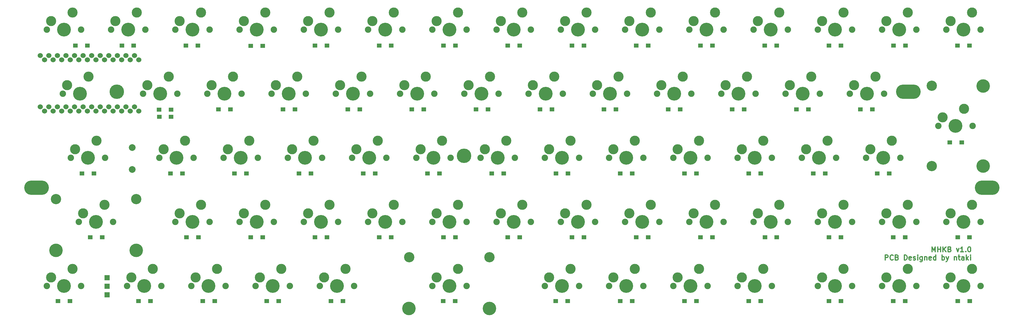
<source format=gts>
G04 #@! TF.GenerationSoftware,KiCad,Pcbnew,(6.0.5)*
G04 #@! TF.CreationDate,2022-06-06T23:57:28+09:00*
G04 #@! TF.ProjectId,MHKB,4d484b42-2e6b-4696-9361-645f70636258,1.0*
G04 #@! TF.SameCoordinates,Original*
G04 #@! TF.FileFunction,Soldermask,Top*
G04 #@! TF.FilePolarity,Negative*
%FSLAX46Y46*%
G04 Gerber Fmt 4.6, Leading zero omitted, Abs format (unit mm)*
G04 Created by KiCad (PCBNEW (6.0.5)) date 2022-06-06 23:57:28*
%MOMM*%
%LPD*%
G01*
G04 APERTURE LIST*
%ADD10C,0.300000*%
%ADD11C,3.000000*%
%ADD12C,4.100000*%
%ADD13C,1.900000*%
%ADD14R,1.400000X1.300000*%
%ADD15O,4.300000X4.300000*%
%ADD16C,3.050000*%
%ADD17C,4.000000*%
%ADD18C,2.000000*%
%ADD19O,7.300000X4.300000*%
%ADD20R,1.524000X1.524000*%
%ADD21C,4.300000*%
%ADD22C,1.524000*%
G04 APERTURE END LIST*
D10*
X298179285Y-105571071D02*
X298179285Y-104071071D01*
X298679285Y-105142500D01*
X299179285Y-104071071D01*
X299179285Y-105571071D01*
X299893571Y-105571071D02*
X299893571Y-104071071D01*
X299893571Y-104785357D02*
X300750714Y-104785357D01*
X300750714Y-105571071D02*
X300750714Y-104071071D01*
X301465000Y-105571071D02*
X301465000Y-104071071D01*
X302322142Y-105571071D02*
X301679285Y-104713928D01*
X302322142Y-104071071D02*
X301465000Y-104928214D01*
X303465000Y-104785357D02*
X303679285Y-104856785D01*
X303750714Y-104928214D01*
X303822142Y-105071071D01*
X303822142Y-105285357D01*
X303750714Y-105428214D01*
X303679285Y-105499642D01*
X303536428Y-105571071D01*
X302965000Y-105571071D01*
X302965000Y-104071071D01*
X303465000Y-104071071D01*
X303607857Y-104142500D01*
X303679285Y-104213928D01*
X303750714Y-104356785D01*
X303750714Y-104499642D01*
X303679285Y-104642500D01*
X303607857Y-104713928D01*
X303465000Y-104785357D01*
X302965000Y-104785357D01*
X305465000Y-104571071D02*
X305822142Y-105571071D01*
X306179285Y-104571071D01*
X307536428Y-105571071D02*
X306679285Y-105571071D01*
X307107857Y-105571071D02*
X307107857Y-104071071D01*
X306965000Y-104285357D01*
X306822142Y-104428214D01*
X306679285Y-104499642D01*
X308179285Y-105428214D02*
X308250714Y-105499642D01*
X308179285Y-105571071D01*
X308107857Y-105499642D01*
X308179285Y-105428214D01*
X308179285Y-105571071D01*
X309179285Y-104071071D02*
X309322142Y-104071071D01*
X309465000Y-104142500D01*
X309536428Y-104213928D01*
X309607857Y-104356785D01*
X309679285Y-104642500D01*
X309679285Y-104999642D01*
X309607857Y-105285357D01*
X309536428Y-105428214D01*
X309465000Y-105499642D01*
X309322142Y-105571071D01*
X309179285Y-105571071D01*
X309036428Y-105499642D01*
X308965000Y-105428214D01*
X308893571Y-105285357D01*
X308822142Y-104999642D01*
X308822142Y-104642500D01*
X308893571Y-104356785D01*
X308965000Y-104213928D01*
X309036428Y-104142500D01*
X309179285Y-104071071D01*
X284322142Y-107986071D02*
X284322142Y-106486071D01*
X284893571Y-106486071D01*
X285036428Y-106557500D01*
X285107857Y-106628928D01*
X285179285Y-106771785D01*
X285179285Y-106986071D01*
X285107857Y-107128928D01*
X285036428Y-107200357D01*
X284893571Y-107271785D01*
X284322142Y-107271785D01*
X286679285Y-107843214D02*
X286607857Y-107914642D01*
X286393571Y-107986071D01*
X286250714Y-107986071D01*
X286036428Y-107914642D01*
X285893571Y-107771785D01*
X285822142Y-107628928D01*
X285750714Y-107343214D01*
X285750714Y-107128928D01*
X285822142Y-106843214D01*
X285893571Y-106700357D01*
X286036428Y-106557500D01*
X286250714Y-106486071D01*
X286393571Y-106486071D01*
X286607857Y-106557500D01*
X286679285Y-106628928D01*
X287822142Y-107200357D02*
X288036428Y-107271785D01*
X288107857Y-107343214D01*
X288179285Y-107486071D01*
X288179285Y-107700357D01*
X288107857Y-107843214D01*
X288036428Y-107914642D01*
X287893571Y-107986071D01*
X287322142Y-107986071D01*
X287322142Y-106486071D01*
X287822142Y-106486071D01*
X287965000Y-106557500D01*
X288036428Y-106628928D01*
X288107857Y-106771785D01*
X288107857Y-106914642D01*
X288036428Y-107057500D01*
X287965000Y-107128928D01*
X287822142Y-107200357D01*
X287322142Y-107200357D01*
X289965000Y-107986071D02*
X289965000Y-106486071D01*
X290322142Y-106486071D01*
X290536428Y-106557500D01*
X290679285Y-106700357D01*
X290750714Y-106843214D01*
X290822142Y-107128928D01*
X290822142Y-107343214D01*
X290750714Y-107628928D01*
X290679285Y-107771785D01*
X290536428Y-107914642D01*
X290322142Y-107986071D01*
X289965000Y-107986071D01*
X292036428Y-107914642D02*
X291893571Y-107986071D01*
X291607857Y-107986071D01*
X291465000Y-107914642D01*
X291393571Y-107771785D01*
X291393571Y-107200357D01*
X291465000Y-107057500D01*
X291607857Y-106986071D01*
X291893571Y-106986071D01*
X292036428Y-107057500D01*
X292107857Y-107200357D01*
X292107857Y-107343214D01*
X291393571Y-107486071D01*
X292679285Y-107914642D02*
X292822142Y-107986071D01*
X293107857Y-107986071D01*
X293250714Y-107914642D01*
X293322142Y-107771785D01*
X293322142Y-107700357D01*
X293250714Y-107557500D01*
X293107857Y-107486071D01*
X292893571Y-107486071D01*
X292750714Y-107414642D01*
X292679285Y-107271785D01*
X292679285Y-107200357D01*
X292750714Y-107057500D01*
X292893571Y-106986071D01*
X293107857Y-106986071D01*
X293250714Y-107057500D01*
X293965000Y-107986071D02*
X293965000Y-106986071D01*
X293965000Y-106486071D02*
X293893571Y-106557500D01*
X293965000Y-106628928D01*
X294036428Y-106557500D01*
X293965000Y-106486071D01*
X293965000Y-106628928D01*
X295322142Y-106986071D02*
X295322142Y-108200357D01*
X295250714Y-108343214D01*
X295179285Y-108414642D01*
X295036428Y-108486071D01*
X294822142Y-108486071D01*
X294679285Y-108414642D01*
X295322142Y-107914642D02*
X295179285Y-107986071D01*
X294893571Y-107986071D01*
X294750714Y-107914642D01*
X294679285Y-107843214D01*
X294607857Y-107700357D01*
X294607857Y-107271785D01*
X294679285Y-107128928D01*
X294750714Y-107057500D01*
X294893571Y-106986071D01*
X295179285Y-106986071D01*
X295322142Y-107057500D01*
X296036428Y-106986071D02*
X296036428Y-107986071D01*
X296036428Y-107128928D02*
X296107857Y-107057500D01*
X296250714Y-106986071D01*
X296465000Y-106986071D01*
X296607857Y-107057500D01*
X296679285Y-107200357D01*
X296679285Y-107986071D01*
X297965000Y-107914642D02*
X297822142Y-107986071D01*
X297536428Y-107986071D01*
X297393571Y-107914642D01*
X297322142Y-107771785D01*
X297322142Y-107200357D01*
X297393571Y-107057500D01*
X297536428Y-106986071D01*
X297822142Y-106986071D01*
X297965000Y-107057500D01*
X298036428Y-107200357D01*
X298036428Y-107343214D01*
X297322142Y-107486071D01*
X299322142Y-107986071D02*
X299322142Y-106486071D01*
X299322142Y-107914642D02*
X299179285Y-107986071D01*
X298893571Y-107986071D01*
X298750714Y-107914642D01*
X298679285Y-107843214D01*
X298607857Y-107700357D01*
X298607857Y-107271785D01*
X298679285Y-107128928D01*
X298750714Y-107057500D01*
X298893571Y-106986071D01*
X299179285Y-106986071D01*
X299322142Y-107057500D01*
X301179285Y-107986071D02*
X301179285Y-106486071D01*
X301179285Y-107057500D02*
X301322142Y-106986071D01*
X301607857Y-106986071D01*
X301750714Y-107057500D01*
X301822142Y-107128928D01*
X301893571Y-107271785D01*
X301893571Y-107700357D01*
X301822142Y-107843214D01*
X301750714Y-107914642D01*
X301607857Y-107986071D01*
X301322142Y-107986071D01*
X301179285Y-107914642D01*
X302393571Y-106986071D02*
X302750714Y-107986071D01*
X303107857Y-106986071D02*
X302750714Y-107986071D01*
X302607857Y-108343214D01*
X302536428Y-108414642D01*
X302393571Y-108486071D01*
X304822142Y-106986071D02*
X304822142Y-107986071D01*
X304822142Y-107128928D02*
X304893571Y-107057500D01*
X305036428Y-106986071D01*
X305250714Y-106986071D01*
X305393571Y-107057500D01*
X305465000Y-107200357D01*
X305465000Y-107986071D01*
X305965000Y-106986071D02*
X306536428Y-106986071D01*
X306179285Y-106486071D02*
X306179285Y-107771785D01*
X306250714Y-107914642D01*
X306393571Y-107986071D01*
X306536428Y-107986071D01*
X307679285Y-107986071D02*
X307679285Y-107200357D01*
X307607857Y-107057500D01*
X307465000Y-106986071D01*
X307179285Y-106986071D01*
X307036428Y-107057500D01*
X307679285Y-107914642D02*
X307536428Y-107986071D01*
X307179285Y-107986071D01*
X307036428Y-107914642D01*
X306965000Y-107771785D01*
X306965000Y-107628928D01*
X307036428Y-107486071D01*
X307179285Y-107414642D01*
X307536428Y-107414642D01*
X307679285Y-107343214D01*
X308393571Y-107986071D02*
X308393571Y-106486071D01*
X308536428Y-107414642D02*
X308965000Y-107986071D01*
X308965000Y-106986071D02*
X308393571Y-107557500D01*
X309607857Y-107986071D02*
X309607857Y-106986071D01*
X309607857Y-106486071D02*
X309536428Y-106557500D01*
X309607857Y-106628928D01*
X309679285Y-106557500D01*
X309607857Y-106486071D01*
X309607857Y-106628928D01*
D11*
X41761000Y-56062000D03*
D12*
X45571000Y-58602000D03*
D11*
X48111000Y-53522000D03*
D13*
X40491000Y-58602000D03*
D14*
X44190000Y-44220000D03*
X47740000Y-44220000D03*
X57973000Y-44252000D03*
X61523000Y-44252000D03*
X76973000Y-44252000D03*
X80523000Y-44252000D03*
X96205000Y-44310000D03*
X99755000Y-44310000D03*
X115245000Y-44280000D03*
X118795000Y-44280000D03*
X134315000Y-44280000D03*
X137865000Y-44280000D03*
X153355000Y-44250000D03*
X156905000Y-44250000D03*
X172425000Y-44250000D03*
X175975000Y-44250000D03*
X191465000Y-44250000D03*
X195015000Y-44250000D03*
X210475000Y-44250000D03*
X214025000Y-44250000D03*
X229575000Y-44250000D03*
X233125000Y-44250000D03*
X248615000Y-44250000D03*
X252165000Y-44250000D03*
X267685000Y-44250000D03*
X271235000Y-44250000D03*
X286755000Y-44250000D03*
X290305000Y-44250000D03*
X305765000Y-44250000D03*
X309315000Y-44250000D03*
X69060000Y-63340000D03*
X72610000Y-63340000D03*
X86655000Y-63252000D03*
X90205000Y-63252000D03*
X105765000Y-63252000D03*
X109315000Y-63252000D03*
X124973000Y-63252000D03*
X128523000Y-63252000D03*
X143973000Y-63252000D03*
X147523000Y-63252000D03*
X162973000Y-63252000D03*
X166523000Y-63252000D03*
X181973000Y-63252000D03*
X185523000Y-63252000D03*
X200973000Y-63252000D03*
X204523000Y-63252000D03*
X219973000Y-63252000D03*
X223523000Y-63252000D03*
X238973000Y-63252000D03*
X242523000Y-63252000D03*
X257973000Y-63252000D03*
X261523000Y-63252000D03*
X276973000Y-63252000D03*
X280523000Y-63252000D03*
X72395000Y-82230000D03*
X75945000Y-82230000D03*
X91405000Y-82230000D03*
X94955000Y-82230000D03*
X110505000Y-82230000D03*
X114055000Y-82230000D03*
X129575000Y-82230000D03*
X133125000Y-82230000D03*
X148645000Y-82230000D03*
X152195000Y-82230000D03*
X167655000Y-82230000D03*
X171205000Y-82230000D03*
X186695000Y-82230000D03*
X190245000Y-82230000D03*
X205735000Y-82230000D03*
X209285000Y-82230000D03*
X224805000Y-82230000D03*
X228355000Y-82230000D03*
X243845000Y-82230000D03*
X247395000Y-82230000D03*
X262973000Y-82252000D03*
X266523000Y-82252000D03*
X281973000Y-82252000D03*
X285523000Y-82252000D03*
X77125000Y-101230000D03*
X80675000Y-101230000D03*
X96195000Y-101230000D03*
X99745000Y-101230000D03*
X115225000Y-101230000D03*
X118775000Y-101230000D03*
X134315000Y-101230000D03*
X137865000Y-101230000D03*
X153355000Y-101230000D03*
X156905000Y-101230000D03*
X172395000Y-101230000D03*
X175945000Y-101230000D03*
X191465000Y-101230000D03*
X195015000Y-101230000D03*
X210535000Y-101230000D03*
X214085000Y-101230000D03*
X229575000Y-101270000D03*
X233125000Y-101270000D03*
X248645000Y-101230000D03*
X252195000Y-101230000D03*
X267655000Y-101200000D03*
X271205000Y-101200000D03*
X286725000Y-101230000D03*
X290275000Y-101230000D03*
X305795000Y-101230000D03*
X309345000Y-101230000D03*
X39065000Y-120220000D03*
X42615000Y-120220000D03*
X62905000Y-120220000D03*
X66455000Y-120220000D03*
X81945000Y-120220000D03*
X85495000Y-120220000D03*
X100955000Y-120220000D03*
X104505000Y-120220000D03*
X120025000Y-120220000D03*
X123575000Y-120220000D03*
X186655000Y-120190000D03*
X190205000Y-120190000D03*
X205735000Y-120190000D03*
X209285000Y-120190000D03*
X224805000Y-120190000D03*
X228355000Y-120190000D03*
X243845000Y-120220000D03*
X247395000Y-120220000D03*
X267685000Y-120220000D03*
X271235000Y-120220000D03*
X286725000Y-120220000D03*
X290275000Y-120220000D03*
X305825000Y-120220000D03*
X309375000Y-120220000D03*
X69065000Y-65460000D03*
X72615000Y-65460000D03*
X46165000Y-82230000D03*
X49715000Y-82230000D03*
X48585000Y-101230000D03*
X52135000Y-101230000D03*
X153295000Y-120220000D03*
X156845000Y-120220000D03*
X303445000Y-73030000D03*
X306995000Y-73030000D03*
D13*
X45888000Y-39552000D03*
D11*
X36998000Y-37012000D03*
D12*
X40808000Y-39552000D03*
D11*
X43348000Y-34472000D03*
D13*
X35728000Y-39552000D03*
D11*
X56048000Y-37012000D03*
D13*
X54778000Y-39552000D03*
D12*
X59858000Y-39552000D03*
D13*
X64938000Y-39552000D03*
D11*
X62398000Y-34472000D03*
D13*
X73828000Y-39552000D03*
X83988000Y-39552000D03*
D11*
X75098000Y-37012000D03*
X81448000Y-34472000D03*
D12*
X78908000Y-39552000D03*
D11*
X100498000Y-34472000D03*
D12*
X97958000Y-39552000D03*
D13*
X92878000Y-39552000D03*
D11*
X94148000Y-37012000D03*
D13*
X103038000Y-39552000D03*
D12*
X117008000Y-39552000D03*
D11*
X119548000Y-34472000D03*
D13*
X111928000Y-39552000D03*
D11*
X113198000Y-37012000D03*
D13*
X122088000Y-39552000D03*
X141138000Y-39552000D03*
D11*
X132248000Y-37012000D03*
D13*
X130978000Y-39552000D03*
D12*
X136058000Y-39552000D03*
D11*
X138598000Y-34472000D03*
X151298000Y-37012000D03*
D13*
X160188000Y-39552000D03*
X150028000Y-39552000D03*
D11*
X157648000Y-34472000D03*
D12*
X155108000Y-39552000D03*
D11*
X176698000Y-34472000D03*
X170348000Y-37012000D03*
D12*
X174158000Y-39552000D03*
D13*
X179238000Y-39552000D03*
X169078000Y-39552000D03*
X188128000Y-39552000D03*
D11*
X189398000Y-37012000D03*
D12*
X193208000Y-39552000D03*
D13*
X198288000Y-39552000D03*
D11*
X195748000Y-34472000D03*
D13*
X217338000Y-39552000D03*
X207178000Y-39552000D03*
D11*
X214798000Y-34472000D03*
D12*
X212258000Y-39552000D03*
D11*
X208448000Y-37012000D03*
X227498000Y-37012000D03*
D13*
X236388000Y-39552000D03*
D11*
X233848000Y-34472000D03*
D13*
X226228000Y-39552000D03*
D12*
X231308000Y-39552000D03*
D13*
X255438000Y-39552000D03*
D11*
X246548000Y-37012000D03*
D13*
X245278000Y-39552000D03*
D12*
X250358000Y-39552000D03*
D11*
X252898000Y-34472000D03*
D12*
X269408000Y-39552000D03*
D13*
X264328000Y-39552000D03*
D11*
X265598000Y-37012000D03*
D13*
X274488000Y-39552000D03*
D11*
X271948000Y-34472000D03*
X284648000Y-37012000D03*
D12*
X288458000Y-39552000D03*
D11*
X290998000Y-34472000D03*
D13*
X283378000Y-39552000D03*
X293538000Y-39552000D03*
D11*
X310048000Y-34472000D03*
X303698000Y-37012000D03*
D12*
X307508000Y-39552000D03*
D13*
X312588000Y-39552000D03*
X302428000Y-39552000D03*
X74463000Y-58602000D03*
D11*
X71923000Y-53522000D03*
D12*
X69383000Y-58602000D03*
D11*
X65573000Y-56062000D03*
D13*
X64303000Y-58602000D03*
D11*
X84623000Y-56062000D03*
X90973000Y-53522000D03*
D13*
X83353000Y-58602000D03*
X93513000Y-58602000D03*
D12*
X88433000Y-58602000D03*
D11*
X103673000Y-56062000D03*
D13*
X102403000Y-58602000D03*
D11*
X110023000Y-53522000D03*
D12*
X107483000Y-58602000D03*
D13*
X112563000Y-58602000D03*
D12*
X126533000Y-58602000D03*
D13*
X121453000Y-58602000D03*
D11*
X122723000Y-56062000D03*
D13*
X131613000Y-58602000D03*
D11*
X129073000Y-53522000D03*
D13*
X150663000Y-58602000D03*
D12*
X145583000Y-58602000D03*
D13*
X140503000Y-58602000D03*
D11*
X141773000Y-56062000D03*
X148123000Y-53522000D03*
D12*
X164633000Y-58602000D03*
D13*
X159553000Y-58602000D03*
X169713000Y-58602000D03*
D11*
X167173000Y-53522000D03*
X160823000Y-56062000D03*
D13*
X178603000Y-58602000D03*
D12*
X183683000Y-58602000D03*
D11*
X179873000Y-56062000D03*
X186223000Y-53522000D03*
D13*
X188763000Y-58602000D03*
X197653000Y-58602000D03*
D11*
X205273000Y-53522000D03*
D12*
X202733000Y-58602000D03*
D11*
X198923000Y-56062000D03*
D13*
X207813000Y-58602000D03*
D12*
X221783000Y-58602000D03*
D13*
X216703000Y-58602000D03*
D11*
X217973000Y-56062000D03*
D13*
X226863000Y-58602000D03*
D11*
X224323000Y-53522000D03*
X237023000Y-56062000D03*
X243373000Y-53522000D03*
D12*
X240833000Y-58602000D03*
D13*
X245913000Y-58602000D03*
X235753000Y-58602000D03*
X254803000Y-58602000D03*
X264963000Y-58602000D03*
D11*
X256073000Y-56062000D03*
D12*
X259883000Y-58602000D03*
D11*
X262423000Y-53522000D03*
D12*
X278933000Y-58602000D03*
D13*
X273853000Y-58602000D03*
D11*
X281473000Y-53522000D03*
D13*
X284013000Y-58602000D03*
D11*
X275123000Y-56062000D03*
D13*
X69065500Y-77652000D03*
D12*
X74145500Y-77652000D03*
D11*
X70335500Y-75112000D03*
D13*
X79225500Y-77652000D03*
D11*
X76685500Y-72572000D03*
X89385500Y-75112000D03*
D13*
X88115500Y-77652000D03*
D11*
X95735500Y-72572000D03*
D12*
X93195500Y-77652000D03*
D13*
X98275500Y-77652000D03*
D12*
X112245500Y-77652000D03*
D13*
X117325500Y-77652000D03*
X107165500Y-77652000D03*
D11*
X108435500Y-75112000D03*
X114785500Y-72572000D03*
X133835500Y-72572000D03*
X127485500Y-75112000D03*
D13*
X126215500Y-77652000D03*
D12*
X131295500Y-77652000D03*
D13*
X136375500Y-77652000D03*
D11*
X146535500Y-75112000D03*
X152885500Y-72572000D03*
D13*
X145265500Y-77652000D03*
X155425500Y-77652000D03*
D12*
X150345500Y-77652000D03*
D11*
X165585500Y-75112000D03*
D13*
X174475500Y-77652000D03*
D12*
X169395500Y-77652000D03*
D13*
X164315500Y-77652000D03*
D11*
X171935500Y-72572000D03*
D13*
X193525500Y-77652000D03*
D11*
X184635500Y-75112000D03*
X190985500Y-72572000D03*
D12*
X188445500Y-77652000D03*
D13*
X183365500Y-77652000D03*
D11*
X203685500Y-75112000D03*
D12*
X207495500Y-77652000D03*
D13*
X202415500Y-77652000D03*
X212575500Y-77652000D03*
D11*
X210035500Y-72572000D03*
D13*
X231625500Y-77652000D03*
D11*
X229085500Y-72572000D03*
D12*
X226545500Y-77652000D03*
D11*
X222735500Y-75112000D03*
D13*
X221465500Y-77652000D03*
D11*
X241785500Y-75112000D03*
D12*
X245595500Y-77652000D03*
D13*
X240515500Y-77652000D03*
X250675500Y-77652000D03*
D11*
X248135500Y-72572000D03*
X267185500Y-72572000D03*
D12*
X264645500Y-77652000D03*
D13*
X269725500Y-77652000D03*
D11*
X260835500Y-75112000D03*
D13*
X259565500Y-77652000D03*
D11*
X279885500Y-75112000D03*
X286235500Y-72572000D03*
D12*
X283695500Y-77652000D03*
D13*
X288775500Y-77652000D03*
X278615500Y-77652000D03*
D12*
X78908000Y-96702000D03*
D13*
X73828000Y-96702000D03*
D11*
X75098000Y-94162000D03*
X81448000Y-91622000D03*
D13*
X83988000Y-96702000D03*
D12*
X97958000Y-96702000D03*
D13*
X92878000Y-96702000D03*
D11*
X100498000Y-91622000D03*
X94148000Y-94162000D03*
D13*
X103038000Y-96702000D03*
D11*
X113198000Y-94162000D03*
D13*
X122088000Y-96702000D03*
D11*
X119548000Y-91622000D03*
D12*
X117008000Y-96702000D03*
D13*
X111928000Y-96702000D03*
D11*
X132248000Y-94162000D03*
D13*
X141138000Y-96702000D03*
D11*
X138598000Y-91622000D03*
D12*
X136058000Y-96702000D03*
D13*
X130978000Y-96702000D03*
X160188000Y-96702000D03*
X150028000Y-96702000D03*
D12*
X155108000Y-96702000D03*
D11*
X157648000Y-91622000D03*
X151298000Y-94162000D03*
D13*
X179238000Y-96702000D03*
D12*
X174158000Y-96702000D03*
D11*
X170348000Y-94162000D03*
X176698000Y-91622000D03*
D13*
X169078000Y-96702000D03*
X188128000Y-96702000D03*
D11*
X189398000Y-94162000D03*
D12*
X193208000Y-96702000D03*
D11*
X195748000Y-91622000D03*
D13*
X198288000Y-96702000D03*
X207178000Y-96702000D03*
D11*
X208448000Y-94162000D03*
D12*
X212258000Y-96702000D03*
D11*
X214798000Y-91622000D03*
D13*
X217338000Y-96702000D03*
X226228000Y-96702000D03*
X236388000Y-96702000D03*
D12*
X231308000Y-96702000D03*
D11*
X227498000Y-94162000D03*
X233848000Y-91622000D03*
X246548000Y-94162000D03*
D13*
X245278000Y-96702000D03*
D12*
X250358000Y-96702000D03*
D11*
X252898000Y-91622000D03*
D13*
X255438000Y-96702000D03*
X264328000Y-96702000D03*
D11*
X265598000Y-94162000D03*
D12*
X269408000Y-96702000D03*
D13*
X274488000Y-96702000D03*
D11*
X271948000Y-91622000D03*
D12*
X288458000Y-96702000D03*
D13*
X283378000Y-96702000D03*
D11*
X284648000Y-94162000D03*
D13*
X293538000Y-96702000D03*
D11*
X290998000Y-91622000D03*
X303698000Y-94162000D03*
D12*
X307508000Y-96702000D03*
D13*
X302428000Y-96702000D03*
D11*
X310048000Y-91622000D03*
D13*
X312588000Y-96702000D03*
D11*
X43348000Y-110672000D03*
X36998000Y-113212000D03*
D12*
X40808000Y-115752000D03*
D13*
X35728000Y-115752000D03*
X45888000Y-115752000D03*
X69700500Y-115752000D03*
X59540500Y-115752000D03*
D11*
X60810500Y-113212000D03*
X67160500Y-110672000D03*
D12*
X64620500Y-115752000D03*
D13*
X78590500Y-115752000D03*
D11*
X79860500Y-113212000D03*
D13*
X88750500Y-115752000D03*
D12*
X83670500Y-115752000D03*
D11*
X86210500Y-110672000D03*
X105260500Y-110672000D03*
X98910500Y-113212000D03*
D12*
X102720500Y-115752000D03*
D13*
X97640500Y-115752000D03*
X107800500Y-115752000D03*
X116690500Y-115752000D03*
D11*
X117960500Y-113212000D03*
X124310500Y-110672000D03*
D12*
X121770500Y-115752000D03*
D13*
X126850500Y-115752000D03*
D12*
X188445500Y-115752000D03*
D11*
X184635500Y-113212000D03*
D13*
X193525500Y-115752000D03*
X183365500Y-115752000D03*
D11*
X190985500Y-110672000D03*
X203685500Y-113212000D03*
D12*
X207495500Y-115752000D03*
D11*
X210035500Y-110672000D03*
D13*
X212575500Y-115752000D03*
X202415500Y-115752000D03*
D11*
X229085500Y-110672000D03*
D13*
X231625500Y-115752000D03*
D11*
X222735500Y-113212000D03*
D13*
X221465500Y-115752000D03*
D12*
X226545500Y-115752000D03*
X245595500Y-115752000D03*
D11*
X248135500Y-110672000D03*
D13*
X240515500Y-115752000D03*
D11*
X241785500Y-113212000D03*
D13*
X250675500Y-115752000D03*
D11*
X271948000Y-110672000D03*
D12*
X269408000Y-115752000D03*
D13*
X274488000Y-115752000D03*
D11*
X265598000Y-113212000D03*
D13*
X264328000Y-115752000D03*
D11*
X290998000Y-110672000D03*
D12*
X288458000Y-115752000D03*
D13*
X283378000Y-115752000D03*
D11*
X284648000Y-113212000D03*
D13*
X293538000Y-115752000D03*
X302428000Y-115752000D03*
D11*
X303698000Y-113212000D03*
D13*
X312588000Y-115752000D03*
D12*
X307508000Y-115752000D03*
D11*
X310048000Y-110672000D03*
D13*
X42872000Y-77652000D03*
D12*
X47952000Y-77652000D03*
D11*
X44142000Y-75112000D03*
D13*
X53032000Y-77652000D03*
D11*
X50492000Y-72572000D03*
D13*
X45253000Y-96702000D03*
D12*
X50333000Y-96702000D03*
D11*
X52873000Y-91622000D03*
X46523000Y-94162000D03*
D13*
X55413000Y-96702000D03*
X150028000Y-115752000D03*
X160188000Y-115752000D03*
D12*
X155108000Y-115752000D03*
D11*
X151298000Y-113212000D03*
X157648000Y-110672000D03*
D13*
X300046500Y-68127000D03*
D12*
X305126500Y-68127000D03*
D13*
X310206500Y-68127000D03*
D11*
X301316500Y-65587000D03*
X307666500Y-63047000D03*
D15*
X159460000Y-77060000D03*
D16*
X166940000Y-107190000D03*
X298130000Y-56230000D03*
D17*
X166940000Y-122430000D03*
D18*
X61040000Y-74580000D03*
X61040000Y-81080000D03*
D17*
X62260000Y-105110000D03*
D16*
X38470000Y-89870000D03*
D19*
X291150000Y-57940000D03*
D20*
X53650000Y-113260000D03*
X53650000Y-115800000D03*
X53650000Y-118340000D03*
D17*
X38490000Y-105110000D03*
D21*
X56490000Y-57940000D03*
D17*
X143140000Y-122430000D03*
D19*
X32740000Y-86460000D03*
D17*
X313370000Y-80030000D03*
D16*
X62270000Y-89880000D03*
D17*
X313370000Y-56240000D03*
D19*
X314580000Y-86520000D03*
D16*
X298130000Y-80030000D03*
D22*
X33785000Y-62421100D03*
X35055000Y-48507500D03*
X36325000Y-62421100D03*
X37595000Y-48507500D03*
X38865000Y-62421100D03*
X40135000Y-48507500D03*
X42675000Y-48507500D03*
X41405000Y-62421100D03*
X43945000Y-62421100D03*
X45215000Y-48507500D03*
X46485000Y-62421100D03*
X47755000Y-48507500D03*
X50295000Y-48507500D03*
X49025000Y-62421100D03*
X52835000Y-48507500D03*
X51565000Y-62421100D03*
X55375000Y-48507500D03*
X54105000Y-62421100D03*
X56645000Y-62421100D03*
X57915000Y-48507500D03*
X60455000Y-48507500D03*
X59185000Y-62421100D03*
X62995000Y-48507500D03*
X61725000Y-62421100D03*
X61725000Y-47201100D03*
X62995000Y-63747500D03*
X59185000Y-47201100D03*
X60455000Y-63747500D03*
X57915000Y-63747500D03*
X56645000Y-47201100D03*
X54105000Y-47201100D03*
X55375000Y-63747500D03*
X52835000Y-63747500D03*
X51565000Y-47201100D03*
X50295000Y-63747500D03*
X49025000Y-47201100D03*
X46485000Y-47201100D03*
X47755000Y-63747500D03*
X43945000Y-47201100D03*
X45215000Y-63747500D03*
X41405000Y-47201100D03*
X42675000Y-63747500D03*
X40135000Y-63747500D03*
X38865000Y-47201100D03*
X36325000Y-47201100D03*
X37595000Y-63747500D03*
X33785000Y-47201100D03*
X35055000Y-63747500D03*
D16*
X143150000Y-107200000D03*
M02*

</source>
